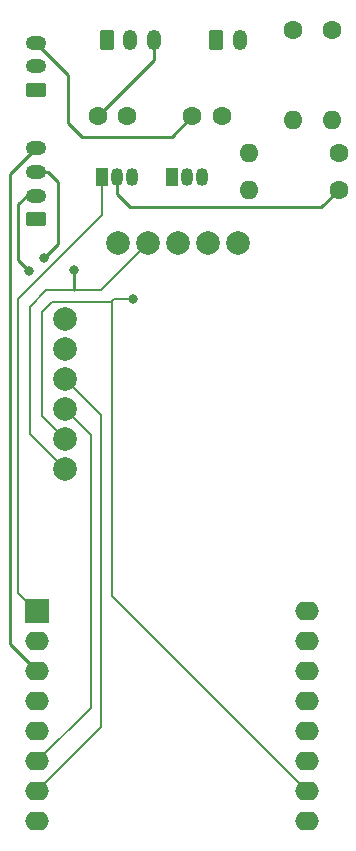
<source format=gbr>
G04 #@! TF.GenerationSoftware,KiCad,Pcbnew,7.0.5-0*
G04 #@! TF.CreationDate,2023-07-20T07:38:15-04:00*
G04 #@! TF.ProjectId,Lemmingometre_JST,4c656d6d-696e-4676-9f6d-657472655f4a,rev?*
G04 #@! TF.SameCoordinates,Original*
G04 #@! TF.FileFunction,Copper,L2,Bot*
G04 #@! TF.FilePolarity,Positive*
%FSLAX46Y46*%
G04 Gerber Fmt 4.6, Leading zero omitted, Abs format (unit mm)*
G04 Created by KiCad (PCBNEW 7.0.5-0) date 2023-07-20 07:38:15*
%MOMM*%
%LPD*%
G01*
G04 APERTURE LIST*
G04 Aperture macros list*
%AMRoundRect*
0 Rectangle with rounded corners*
0 $1 Rounding radius*
0 $2 $3 $4 $5 $6 $7 $8 $9 X,Y pos of 4 corners*
0 Add a 4 corners polygon primitive as box body*
4,1,4,$2,$3,$4,$5,$6,$7,$8,$9,$2,$3,0*
0 Add four circle primitives for the rounded corners*
1,1,$1+$1,$2,$3*
1,1,$1+$1,$4,$5*
1,1,$1+$1,$6,$7*
1,1,$1+$1,$8,$9*
0 Add four rect primitives between the rounded corners*
20,1,$1+$1,$2,$3,$4,$5,0*
20,1,$1+$1,$4,$5,$6,$7,0*
20,1,$1+$1,$6,$7,$8,$9,0*
20,1,$1+$1,$8,$9,$2,$3,0*%
G04 Aperture macros list end*
G04 #@! TA.AperFunction,ComponentPad*
%ADD10C,1.600000*%
G04 #@! TD*
G04 #@! TA.AperFunction,ComponentPad*
%ADD11O,1.600000X1.600000*%
G04 #@! TD*
G04 #@! TA.AperFunction,ComponentPad*
%ADD12R,2.000000X2.000000*%
G04 #@! TD*
G04 #@! TA.AperFunction,ComponentPad*
%ADD13O,2.000000X1.600000*%
G04 #@! TD*
G04 #@! TA.AperFunction,ComponentPad*
%ADD14RoundRect,0.250000X0.625000X-0.350000X0.625000X0.350000X-0.625000X0.350000X-0.625000X-0.350000X0*%
G04 #@! TD*
G04 #@! TA.AperFunction,ComponentPad*
%ADD15O,1.750000X1.200000*%
G04 #@! TD*
G04 #@! TA.AperFunction,ComponentPad*
%ADD16RoundRect,0.250000X-0.350000X-0.625000X0.350000X-0.625000X0.350000X0.625000X-0.350000X0.625000X0*%
G04 #@! TD*
G04 #@! TA.AperFunction,ComponentPad*
%ADD17O,1.200000X1.750000*%
G04 #@! TD*
G04 #@! TA.AperFunction,ComponentPad*
%ADD18R,1.050000X1.500000*%
G04 #@! TD*
G04 #@! TA.AperFunction,ComponentPad*
%ADD19O,1.050000X1.500000*%
G04 #@! TD*
G04 #@! TA.AperFunction,ComponentPad*
%ADD20C,2.000000*%
G04 #@! TD*
G04 #@! TA.AperFunction,ViaPad*
%ADD21C,0.800000*%
G04 #@! TD*
G04 #@! TA.AperFunction,Conductor*
%ADD22C,0.250000*%
G04 #@! TD*
G04 #@! TA.AperFunction,Conductor*
%ADD23C,0.200000*%
G04 #@! TD*
G04 APERTURE END LIST*
D10*
G04 #@! TO.P,R2,1*
G04 #@! TO.N,Net-(C2-Pad2)*
X172075000Y-44955000D03*
D11*
G04 #@! TO.P,R2,2*
G04 #@! TO.N,Net-(NPN1-B)*
X172075000Y-52575000D03*
G04 #@! TD*
D12*
G04 #@! TO.P,MCU1,1,~{RST}*
G04 #@! TO.N,Net-(MCU1-~{RST})*
X147090000Y-94150000D03*
D13*
G04 #@! TO.P,MCU1,2,A0*
G04 #@! TO.N,unconnected-(MCU1-A0-Pad2)*
X147090000Y-96690000D03*
G04 #@! TO.P,MCU1,3,D0*
G04 #@! TO.N,Net-(H4-Pin_4)*
X147090000Y-99230000D03*
G04 #@! TO.P,MCU1,4,SCK/D5*
G04 #@! TO.N,Net-(MCU1-SCK{slash}D5)*
X147090000Y-101770000D03*
G04 #@! TO.P,MCU1,5,MISO/D6*
G04 #@! TO.N,Net-(MCU1-MISO{slash}D6)*
X147090000Y-104310000D03*
G04 #@! TO.P,MCU1,6,MOSI/D7*
G04 #@! TO.N,Net-(MCU1-MOSI{slash}D7)*
X147090000Y-106850000D03*
G04 #@! TO.P,MCU1,7,CS/D8*
G04 #@! TO.N,Net-(MCU1-CS{slash}D8)*
X147090000Y-109390000D03*
G04 #@! TO.P,MCU1,8,3V3*
G04 #@! TO.N,Net-(H1-Pin_2)*
X147090000Y-111930000D03*
G04 #@! TO.P,MCU1,9,5V*
G04 #@! TO.N,unconnected-(MCU1-5V-Pad9)*
X169950000Y-111930000D03*
G04 #@! TO.P,MCU1,10,GND*
G04 #@! TO.N,Net-(H1-Pin_1)*
X169950000Y-109390000D03*
G04 #@! TO.P,MCU1,11,D4*
G04 #@! TO.N,Net-(H4-Pin_3)*
X169950000Y-106850000D03*
G04 #@! TO.P,MCU1,12,D3*
G04 #@! TO.N,unconnected-(MCU1-D3-Pad12)*
X169950000Y-104310000D03*
G04 #@! TO.P,MCU1,13,SDA/D2*
G04 #@! TO.N,Net-(MCU1-SDA{slash}D2)*
X169950000Y-101770000D03*
G04 #@! TO.P,MCU1,14,SCL/D1*
G04 #@! TO.N,Net-(MCU1-SCL{slash}D1)*
X169950000Y-99230000D03*
G04 #@! TO.P,MCU1,15,RX*
G04 #@! TO.N,unconnected-(MCU1-RX-Pad15)*
X169950000Y-96690000D03*
G04 #@! TO.P,MCU1,16,TX*
G04 #@! TO.N,unconnected-(MCU1-TX-Pad16)*
X169950000Y-94150000D03*
G04 #@! TD*
D14*
G04 #@! TO.P,H4,1,Pin_1*
G04 #@! TO.N,Net-(H1-Pin_1)*
X147000000Y-60950000D03*
D15*
G04 #@! TO.P,H4,2,Pin_2*
G04 #@! TO.N,Net-(H1-Pin_2)*
X147000000Y-58950000D03*
G04 #@! TO.P,H4,3,Pin_3*
G04 #@! TO.N,Net-(H4-Pin_3)*
X147000000Y-56950000D03*
G04 #@! TO.P,H4,4,Pin_4*
G04 #@! TO.N,Net-(H4-Pin_4)*
X147000000Y-54950000D03*
G04 #@! TD*
D16*
G04 #@! TO.P,H3,1,Pin_1*
G04 #@! TO.N,Net-(H1-Pin_1)*
X153000000Y-45750000D03*
D17*
G04 #@! TO.P,H3,2,Pin_2*
G04 #@! TO.N,Net-(H1-Pin_2)*
X155000000Y-45750000D03*
G04 #@! TO.P,H3,3,Pin_3*
G04 #@! TO.N,Net-(H3-Pin_3)*
X157000000Y-45750000D03*
G04 #@! TD*
D16*
G04 #@! TO.P,H1,1,Pin_1*
G04 #@! TO.N,Net-(H1-Pin_1)*
X162250000Y-45750000D03*
D17*
G04 #@! TO.P,H1,2,Pin_2*
G04 #@! TO.N,Net-(H1-Pin_2)*
X164250000Y-45750000D03*
G04 #@! TD*
D10*
G04 #@! TO.P,R4,1*
G04 #@! TO.N,Net-(NPN1-B)*
X172620000Y-58500000D03*
D11*
G04 #@! TO.P,R4,2*
G04 #@! TO.N,Net-(H1-Pin_1)*
X165000000Y-58500000D03*
G04 #@! TD*
D10*
G04 #@! TO.P,R1,1*
G04 #@! TO.N,Net-(C1-Pad2)*
X168725000Y-44905000D03*
D11*
G04 #@! TO.P,R1,2*
G04 #@! TO.N,Net-(NPN2-B)*
X168725000Y-52525000D03*
G04 #@! TD*
D18*
G04 #@! TO.P,NPN2,1,C*
G04 #@! TO.N,Net-(MCU1-~{RST})*
X158480000Y-57360000D03*
D19*
G04 #@! TO.P,NPN2,2,B*
G04 #@! TO.N,Net-(NPN2-B)*
X159750000Y-57360000D03*
G04 #@! TO.P,NPN2,3,E*
G04 #@! TO.N,Net-(H1-Pin_1)*
X161020000Y-57360000D03*
G04 #@! TD*
D10*
G04 #@! TO.P,C1,1*
G04 #@! TO.N,Net-(H3-Pin_3)*
X152250000Y-52250000D03*
G04 #@! TO.P,C1,2*
G04 #@! TO.N,Net-(C1-Pad2)*
X154750000Y-52250000D03*
G04 #@! TD*
G04 #@! TO.P,R3,1*
G04 #@! TO.N,Net-(NPN2-B)*
X172620000Y-55375000D03*
D11*
G04 #@! TO.P,R3,2*
G04 #@! TO.N,Net-(H1-Pin_1)*
X165000000Y-55375000D03*
G04 #@! TD*
D20*
G04 #@! TO.P,SD1,1,MISO*
G04 #@! TO.N,Net-(MCU1-MISO{slash}D6)*
X149440000Y-69370000D03*
G04 #@! TO.P,SD1,2,SCK*
G04 #@! TO.N,Net-(MCU1-SCK{slash}D5)*
X149440000Y-71910000D03*
G04 #@! TO.P,SD1,3,SS*
G04 #@! TO.N,Net-(MCU1-CS{slash}D8)*
X149440000Y-74450000D03*
G04 #@! TO.P,SD1,4,MOSI*
G04 #@! TO.N,Net-(MCU1-MOSI{slash}D7)*
X149440000Y-76990000D03*
G04 #@! TO.P,SD1,5,GND*
G04 #@! TO.N,Net-(H1-Pin_1)*
X149440000Y-79530000D03*
G04 #@! TO.P,SD1,6,+5V*
G04 #@! TO.N,Net-(H1-Pin_2)*
X149440000Y-82070000D03*
G04 #@! TD*
D10*
G04 #@! TO.P,C2,1*
G04 #@! TO.N,Net-(H2-Pin_3)*
X160250000Y-52250000D03*
G04 #@! TO.P,C2,2*
G04 #@! TO.N,Net-(C2-Pad2)*
X162750000Y-52250000D03*
G04 #@! TD*
D18*
G04 #@! TO.P,NPN1,1,C*
G04 #@! TO.N,Net-(MCU1-~{RST})*
X152580000Y-57350000D03*
D19*
G04 #@! TO.P,NPN1,2,B*
G04 #@! TO.N,Net-(NPN1-B)*
X153850000Y-57350000D03*
G04 #@! TO.P,NPN1,3,E*
G04 #@! TO.N,Net-(H1-Pin_1)*
X155120000Y-57350000D03*
G04 #@! TD*
D14*
G04 #@! TO.P,H2,1,Pin_1*
G04 #@! TO.N,Net-(H1-Pin_1)*
X147000000Y-50000000D03*
D15*
G04 #@! TO.P,H2,2,Pin_2*
G04 #@! TO.N,Net-(H1-Pin_2)*
X147000000Y-48000000D03*
G04 #@! TO.P,H2,3,Pin_3*
G04 #@! TO.N,Net-(H2-Pin_3)*
X147000000Y-46000000D03*
G04 #@! TD*
D20*
G04 #@! TO.P,RTC1,1,GND*
G04 #@! TO.N,Net-(H1-Pin_1)*
X153980000Y-62940000D03*
G04 #@! TO.P,RTC1,2,VCC*
G04 #@! TO.N,Net-(H1-Pin_2)*
X156520000Y-62940000D03*
G04 #@! TO.P,RTC1,3,SDA*
G04 #@! TO.N,Net-(MCU1-SDA{slash}D2)*
X159060000Y-62940000D03*
G04 #@! TO.P,RTC1,4,SCL*
G04 #@! TO.N,Net-(MCU1-SCL{slash}D1)*
X161600000Y-62940000D03*
G04 #@! TO.P,RTC1,5,SQW*
G04 #@! TO.N,unconnected-(RTC1-SQW-Pad5)*
X164140000Y-62940000D03*
G04 #@! TD*
D21*
G04 #@! TO.N,Net-(H4-Pin_3)*
X147650000Y-64250000D03*
G04 #@! TO.N,Net-(H1-Pin_2)*
X150250000Y-65250000D03*
X146400000Y-65350000D03*
G04 #@! TO.N,Net-(H1-Pin_1)*
X155250000Y-67750000D03*
G04 #@! TD*
D22*
G04 #@! TO.N,Net-(H2-Pin_3)*
X160250000Y-52250000D02*
X158500000Y-54000000D01*
X149750000Y-52850000D02*
X149750000Y-48750000D01*
X158500000Y-54000000D02*
X150900000Y-54000000D01*
X150900000Y-54000000D02*
X149750000Y-52850000D01*
X149750000Y-48750000D02*
X147000000Y-46000000D01*
G04 #@! TO.N,Net-(NPN1-B)*
X172620000Y-58500000D02*
X171170000Y-59950000D01*
X171170000Y-59950000D02*
X155000000Y-59950000D01*
X155000000Y-59950000D02*
X153850000Y-58800000D01*
X153850000Y-58800000D02*
X153850000Y-57350000D01*
G04 #@! TO.N,Net-(H3-Pin_3)*
X157000000Y-47500000D02*
X152250000Y-52250000D01*
X157000000Y-45750000D02*
X157000000Y-47500000D01*
G04 #@! TO.N,Net-(H4-Pin_3)*
X148000000Y-56950000D02*
X148850000Y-57800000D01*
X147000000Y-56950000D02*
X148000000Y-56950000D01*
X148850000Y-57800000D02*
X148850000Y-63050000D01*
X148850000Y-63050000D02*
X147650000Y-64250000D01*
G04 #@! TO.N,Net-(H1-Pin_2)*
X146400000Y-65350000D02*
X145500000Y-64450000D01*
D23*
X146500000Y-79130000D02*
X149440000Y-82070000D01*
D22*
X145500000Y-64450000D02*
X145500000Y-59650000D01*
X145500000Y-59650000D02*
X146200000Y-58950000D01*
D23*
X146500000Y-68350000D02*
X146500000Y-79130000D01*
X150250000Y-66960000D02*
X147890000Y-66960000D01*
D22*
X150250000Y-65250000D02*
X150250000Y-66960000D01*
D23*
X147890000Y-66960000D02*
X146500000Y-68350000D01*
X152500000Y-66960000D02*
X150250000Y-66960000D01*
X152500000Y-66960000D02*
X156520000Y-62940000D01*
D22*
X146200000Y-58950000D02*
X147000000Y-58950000D01*
D23*
G04 #@! TO.N,Net-(H1-Pin_1)*
X153400000Y-92840000D02*
X153400000Y-67940000D01*
X147510000Y-68840000D02*
X147510000Y-77600000D01*
X153400000Y-67940000D02*
X153390000Y-67950000D01*
X153590000Y-67750000D02*
X155250000Y-67750000D01*
X169950000Y-109390000D02*
X153400000Y-92840000D01*
X153390000Y-67950000D02*
X153590000Y-67750000D01*
X153390000Y-67950000D02*
X148400000Y-67950000D01*
X147510000Y-77600000D02*
X149440000Y-79530000D01*
X148400000Y-67950000D02*
X147510000Y-68840000D01*
G04 #@! TO.N,Net-(MCU1-~{RST})*
X145500000Y-67675000D02*
X152580000Y-60595000D01*
X145500000Y-92560000D02*
X145500000Y-67675000D01*
X152580000Y-60595000D02*
X152580000Y-57350000D01*
X147090000Y-94150000D02*
X145500000Y-92560000D01*
G04 #@! TO.N,Net-(MCU1-MOSI{slash}D7)*
X147090000Y-106850000D02*
X151640000Y-102300000D01*
X151640000Y-102300000D02*
X151640000Y-79190000D01*
X151640000Y-79190000D02*
X149440000Y-76990000D01*
G04 #@! TO.N,Net-(MCU1-CS{slash}D8)*
X147090000Y-109390000D02*
X152530000Y-103950000D01*
X152530000Y-77540000D02*
X149440000Y-74450000D01*
X152530000Y-103950000D02*
X152530000Y-77540000D01*
D22*
G04 #@! TO.N,Net-(H4-Pin_4)*
X147000000Y-54950000D02*
X144800000Y-57150000D01*
X144800000Y-57150000D02*
X144800000Y-96940000D01*
X144800000Y-96940000D02*
X147090000Y-99230000D01*
G04 #@! TD*
M02*

</source>
